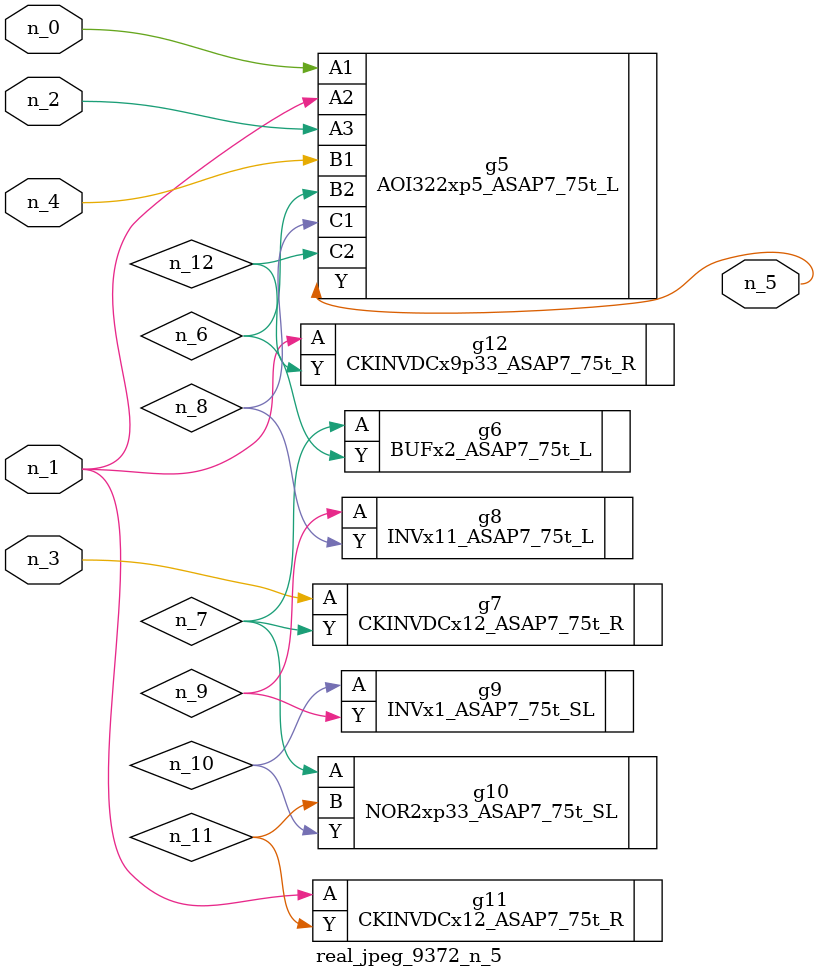
<source format=v>
module real_jpeg_9372_n_5 (n_4, n_0, n_1, n_2, n_3, n_5);

input n_4;
input n_0;
input n_1;
input n_2;
input n_3;

output n_5;

wire n_12;
wire n_8;
wire n_11;
wire n_6;
wire n_7;
wire n_10;
wire n_9;

AOI322xp5_ASAP7_75t_L g5 ( 
.A1(n_0),
.A2(n_1),
.A3(n_2),
.B1(n_4),
.B2(n_6),
.C1(n_8),
.C2(n_12),
.Y(n_5)
);

CKINVDCx12_ASAP7_75t_R g11 ( 
.A(n_1),
.Y(n_11)
);

CKINVDCx9p33_ASAP7_75t_R g12 ( 
.A(n_1),
.Y(n_12)
);

CKINVDCx12_ASAP7_75t_R g7 ( 
.A(n_3),
.Y(n_7)
);

BUFx2_ASAP7_75t_L g6 ( 
.A(n_7),
.Y(n_6)
);

NOR2xp33_ASAP7_75t_SL g10 ( 
.A(n_7),
.B(n_11),
.Y(n_10)
);

INVx11_ASAP7_75t_L g8 ( 
.A(n_9),
.Y(n_8)
);

INVx1_ASAP7_75t_SL g9 ( 
.A(n_10),
.Y(n_9)
);


endmodule
</source>
